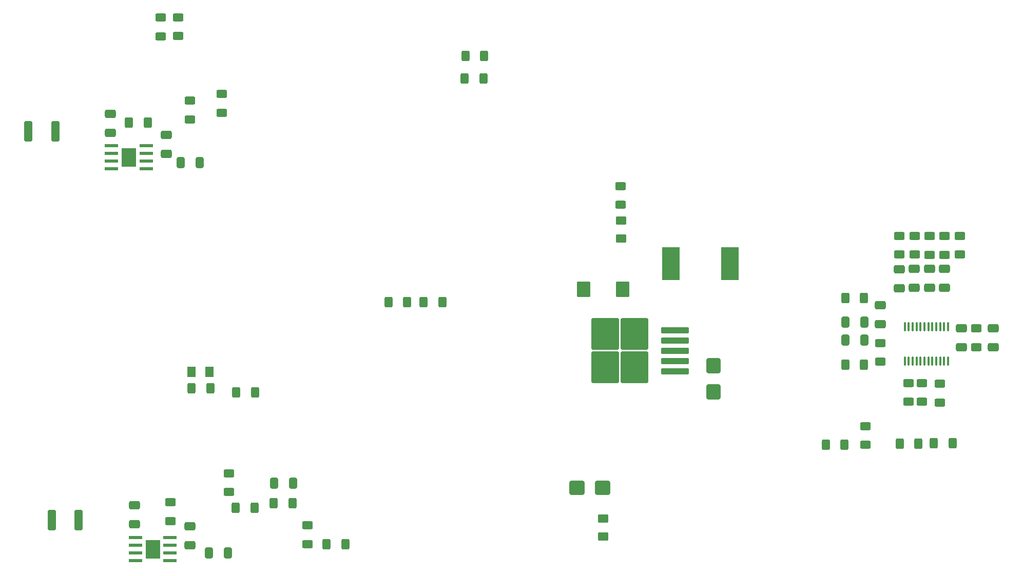
<source format=gbr>
%TF.GenerationSoftware,KiCad,Pcbnew,(7.0.0)*%
%TF.CreationDate,2023-05-15T14:27:38+03:00*%
%TF.ProjectId,ESP,4553502e-6b69-4636-9164-5f7063625858,rev?*%
%TF.SameCoordinates,Original*%
%TF.FileFunction,Paste,Top*%
%TF.FilePolarity,Positive*%
%FSLAX46Y46*%
G04 Gerber Fmt 4.6, Leading zero omitted, Abs format (unit mm)*
G04 Created by KiCad (PCBNEW (7.0.0)) date 2023-05-15 14:27:38*
%MOMM*%
%LPD*%
G01*
G04 APERTURE LIST*
G04 Aperture macros list*
%AMRoundRect*
0 Rectangle with rounded corners*
0 $1 Rounding radius*
0 $2 $3 $4 $5 $6 $7 $8 $9 X,Y pos of 4 corners*
0 Add a 4 corners polygon primitive as box body*
4,1,4,$2,$3,$4,$5,$6,$7,$8,$9,$2,$3,0*
0 Add four circle primitives for the rounded corners*
1,1,$1+$1,$2,$3*
1,1,$1+$1,$4,$5*
1,1,$1+$1,$6,$7*
1,1,$1+$1,$8,$9*
0 Add four rect primitives between the rounded corners*
20,1,$1+$1,$2,$3,$4,$5,0*
20,1,$1+$1,$4,$5,$6,$7,0*
20,1,$1+$1,$6,$7,$8,$9,0*
20,1,$1+$1,$8,$9,$2,$3,0*%
G04 Aperture macros list end*
%ADD10RoundRect,0.250000X0.625000X-0.400000X0.625000X0.400000X-0.625000X0.400000X-0.625000X-0.400000X0*%
%ADD11RoundRect,0.250000X0.412500X0.650000X-0.412500X0.650000X-0.412500X-0.650000X0.412500X-0.650000X0*%
%ADD12RoundRect,0.250000X-0.400000X-1.450000X0.400000X-1.450000X0.400000X1.450000X-0.400000X1.450000X0*%
%ADD13RoundRect,0.250000X2.050000X0.300000X-2.050000X0.300000X-2.050000X-0.300000X2.050000X-0.300000X0*%
%ADD14RoundRect,0.250000X2.025000X2.375000X-2.025000X2.375000X-2.025000X-2.375000X2.025000X-2.375000X0*%
%ADD15RoundRect,0.250000X-0.400000X-0.625000X0.400000X-0.625000X0.400000X0.625000X-0.400000X0.625000X0*%
%ADD16RoundRect,0.250000X-0.625000X0.400000X-0.625000X-0.400000X0.625000X-0.400000X0.625000X0.400000X0*%
%ADD17RoundRect,0.250000X0.650000X-0.412500X0.650000X0.412500X-0.650000X0.412500X-0.650000X-0.412500X0*%
%ADD18RoundRect,0.250000X0.400000X0.625000X-0.400000X0.625000X-0.400000X-0.625000X0.400000X-0.625000X0*%
%ADD19RoundRect,0.250000X0.875000X1.025000X-0.875000X1.025000X-0.875000X-1.025000X0.875000X-1.025000X0*%
%ADD20RoundRect,0.250000X-1.000000X-0.900000X1.000000X-0.900000X1.000000X0.900000X-1.000000X0.900000X0*%
%ADD21RoundRect,0.250001X-0.624999X0.462499X-0.624999X-0.462499X0.624999X-0.462499X0.624999X0.462499X0*%
%ADD22R,2.900000X5.400000*%
%ADD23R,2.400000X3.100000*%
%ADD24R,2.200000X0.500000*%
%ADD25RoundRect,0.250000X-0.650000X0.412500X-0.650000X-0.412500X0.650000X-0.412500X0.650000X0.412500X0*%
%ADD26RoundRect,0.250001X0.624999X-0.462499X0.624999X0.462499X-0.624999X0.462499X-0.624999X-0.462499X0*%
%ADD27RoundRect,0.100000X-0.100000X0.637500X-0.100000X-0.637500X0.100000X-0.637500X0.100000X0.637500X0*%
%ADD28RoundRect,0.250000X-0.900000X1.000000X-0.900000X-1.000000X0.900000X-1.000000X0.900000X1.000000X0*%
%ADD29RoundRect,0.250000X-0.412500X-0.650000X0.412500X-0.650000X0.412500X0.650000X-0.412500X0.650000X0*%
%ADD30RoundRect,0.250001X0.462499X0.624999X-0.462499X0.624999X-0.462499X-0.624999X0.462499X-0.624999X0*%
G04 APERTURE END LIST*
D10*
%TO.C,R19*%
X83100000Y-126850000D03*
X83100000Y-123750000D03*
%TD*%
D11*
%TO.C,C12*%
X103362500Y-120600000D03*
X100237500Y-120600000D03*
%TD*%
D12*
%TO.C,F2*%
X59665000Y-62550000D03*
X64115000Y-62550000D03*
%TD*%
D11*
%TO.C,C21*%
X197540000Y-94007500D03*
X194415000Y-94007500D03*
%TD*%
D13*
%TO.C,U5*%
X166375000Y-102125000D03*
X166375000Y-100425000D03*
X166375000Y-98725000D03*
D14*
X159650000Y-101500000D03*
X159650000Y-95950000D03*
X154800000Y-101500000D03*
X154800000Y-95950000D03*
D13*
X166375000Y-97025000D03*
X166375000Y-95325000D03*
%TD*%
D15*
%TO.C,R33*%
X191190000Y-114232500D03*
X194290000Y-114232500D03*
%TD*%
D16*
%TO.C,R24*%
X204815000Y-104045000D03*
X204815000Y-107145000D03*
%TD*%
D17*
%TO.C,C8*%
X77200000Y-127362500D03*
X77200000Y-124237500D03*
%TD*%
D16*
%TO.C,R26*%
X200215000Y-97457500D03*
X200215000Y-100557500D03*
%TD*%
D18*
%TO.C,R25*%
X197515000Y-101007500D03*
X194415000Y-101007500D03*
%TD*%
%TO.C,R7*%
X127950000Y-90670000D03*
X124850000Y-90670000D03*
%TD*%
%TO.C,R3k1*%
X97000000Y-124700000D03*
X93900000Y-124700000D03*
%TD*%
D15*
%TO.C,R10*%
X93970000Y-105600000D03*
X97070000Y-105600000D03*
%TD*%
D16*
%TO.C,R17*%
X92800000Y-118950000D03*
X92800000Y-122050000D03*
%TD*%
D10*
%TO.C,R15*%
X84400000Y-46800000D03*
X84400000Y-43700000D03*
%TD*%
D16*
%TO.C,R9*%
X203315000Y-79745000D03*
X203315000Y-82845000D03*
%TD*%
D19*
%TO.C,C11*%
X157700000Y-88600000D03*
X151300000Y-88600000D03*
%TD*%
D18*
%TO.C,R16*%
X79350000Y-61100000D03*
X76250000Y-61100000D03*
%TD*%
D16*
%TO.C,R29*%
X216065000Y-95045000D03*
X216065000Y-98145000D03*
%TD*%
D12*
%TO.C,F3*%
X63525000Y-126650000D03*
X67975000Y-126650000D03*
%TD*%
D20*
%TO.C,D6*%
X150125000Y-121375000D03*
X154425000Y-121375000D03*
%TD*%
D16*
%TO.C,R21*%
X91600000Y-56350000D03*
X91600000Y-59450000D03*
%TD*%
D15*
%TO.C,R23*%
X131750000Y-50100000D03*
X134850000Y-50100000D03*
%TD*%
D10*
%TO.C,R11*%
X213315000Y-82845000D03*
X213315000Y-79745000D03*
%TD*%
D16*
%TO.C,R3*%
X209990000Y-104182500D03*
X209990000Y-107282500D03*
%TD*%
D21*
%TO.C,D2*%
X157432045Y-77263234D03*
X157432045Y-80238234D03*
%TD*%
D16*
%TO.C,R28*%
X207065000Y-104045000D03*
X207065000Y-107145000D03*
%TD*%
D22*
%TO.C,L1*%
X175379999Y-84369999D03*
X165679999Y-84369999D03*
%TD*%
D18*
%TO.C,R31*%
X206490000Y-114082500D03*
X203390000Y-114082500D03*
%TD*%
D17*
%TO.C,C19*%
X200215000Y-94320000D03*
X200215000Y-91195000D03*
%TD*%
%TO.C,C18*%
X213565000Y-98157500D03*
X213565000Y-95032500D03*
%TD*%
D15*
%TO.C,R22*%
X131650000Y-53800000D03*
X134750000Y-53800000D03*
%TD*%
D23*
%TO.C,U4*%
X76249999Y-66799999D03*
D24*
X79124999Y-68704999D03*
X79124999Y-67434999D03*
X79124999Y-66164999D03*
X79124999Y-64894999D03*
X73374999Y-64894999D03*
X73374999Y-66164999D03*
X73374999Y-67434999D03*
X73374999Y-68704999D03*
%TD*%
D16*
%TO.C,R2*%
X210815000Y-79795000D03*
X210815000Y-82895000D03*
%TD*%
D18*
%TO.C,R27*%
X197515000Y-90007500D03*
X194415000Y-90007500D03*
%TD*%
D17*
%TO.C,C4*%
X73200000Y-62762500D03*
X73200000Y-59637500D03*
%TD*%
D15*
%TO.C,R1*%
X119050000Y-90670000D03*
X122150000Y-90670000D03*
%TD*%
D25*
%TO.C,C16*%
X205815000Y-85220000D03*
X205815000Y-88345000D03*
%TD*%
%TO.C,C1*%
X218815000Y-95032500D03*
X218815000Y-98157500D03*
%TD*%
D26*
%TO.C,F1*%
X154500000Y-129387500D03*
X154500000Y-126412500D03*
%TD*%
D25*
%TO.C,C3*%
X208315000Y-85220000D03*
X208315000Y-88345000D03*
%TD*%
D15*
%TO.C,R8*%
X86570000Y-104900000D03*
X89670000Y-104900000D03*
%TD*%
D27*
%TO.C,U1*%
X211390000Y-94732500D03*
X210740000Y-94732500D03*
X210090000Y-94732500D03*
X209440000Y-94732500D03*
X208790000Y-94732500D03*
X208140000Y-94732500D03*
X207490000Y-94732500D03*
X206840000Y-94732500D03*
X206190000Y-94732500D03*
X205540000Y-94732500D03*
X204890000Y-94732500D03*
X204240000Y-94732500D03*
X204240000Y-100457500D03*
X204890000Y-100457500D03*
X205540000Y-100457500D03*
X206190000Y-100457500D03*
X206840000Y-100457500D03*
X207490000Y-100457500D03*
X208140000Y-100457500D03*
X208790000Y-100457500D03*
X209440000Y-100457500D03*
X210090000Y-100457500D03*
X210740000Y-100457500D03*
X211390000Y-100457500D03*
%TD*%
D23*
%TO.C,U6*%
X80187499Y-131499999D03*
D24*
X83062499Y-133404999D03*
X83062499Y-132134999D03*
X83062499Y-130864999D03*
X83062499Y-129594999D03*
X77312499Y-129594999D03*
X77312499Y-130864999D03*
X77312499Y-132134999D03*
X77312499Y-133404999D03*
%TD*%
D10*
%TO.C,R12*%
X105700000Y-130650000D03*
X105700000Y-127550000D03*
%TD*%
D18*
%TO.C,R13*%
X103250000Y-123900000D03*
X100150000Y-123900000D03*
%TD*%
D28*
%TO.C,D1*%
X172670000Y-101220000D03*
X172670000Y-105520000D03*
%TD*%
D10*
%TO.C,R32*%
X197740000Y-114282500D03*
X197740000Y-111182500D03*
%TD*%
D25*
%TO.C,C2*%
X210815000Y-85220000D03*
X210815000Y-88345000D03*
%TD*%
D10*
%TO.C,R4*%
X157400000Y-74650000D03*
X157400000Y-71550000D03*
%TD*%
D16*
%TO.C,R5*%
X208315000Y-79795000D03*
X208315000Y-82895000D03*
%TD*%
%TO.C,R20*%
X86300000Y-57450000D03*
X86300000Y-60550000D03*
%TD*%
D18*
%TO.C,R30*%
X212140000Y-113992500D03*
X209040000Y-113992500D03*
%TD*%
D11*
%TO.C,C20*%
X197540000Y-97007500D03*
X194415000Y-97007500D03*
%TD*%
D29*
%TO.C,C15*%
X89487500Y-132100000D03*
X92612500Y-132100000D03*
%TD*%
%TO.C,C14*%
X84837500Y-67700000D03*
X87962500Y-67700000D03*
%TD*%
D18*
%TO.C,R14*%
X111950000Y-130700000D03*
X108850000Y-130700000D03*
%TD*%
D17*
%TO.C,C5*%
X82400000Y-66200000D03*
X82400000Y-63075000D03*
%TD*%
D10*
%TO.C,R18*%
X81500000Y-46850000D03*
X81500000Y-43750000D03*
%TD*%
D17*
%TO.C,C10*%
X86350000Y-130825000D03*
X86350000Y-127700000D03*
%TD*%
%TO.C,C17*%
X203315000Y-88407500D03*
X203315000Y-85282500D03*
%TD*%
D16*
%TO.C,R6*%
X205833234Y-79745000D03*
X205833234Y-82845000D03*
%TD*%
D30*
%TO.C,D4*%
X89520000Y-102200000D03*
X86545000Y-102200000D03*
%TD*%
M02*

</source>
